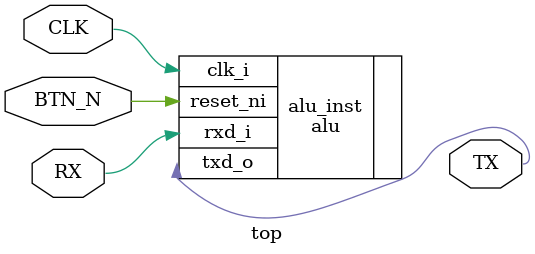
<source format=sv>

module top
    (input  CLK
    ,input  BTN_N
    ,input  RX
    ,output TX
    );

    alu
       #(.DATA_WIDTH_P(8)
        )
    alu_inst
        (.clk_i(CLK)
        ,.reset_ni(BTN_N)
        ,.rxd_i(RX)
        ,.txd_o(TX)
        );

endmodule

</source>
